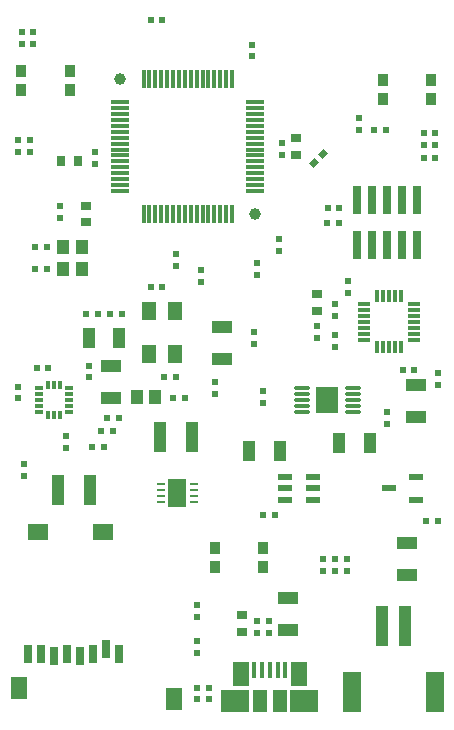
<source format=gtp>
G04 Layer_Color=8421504*
%FSLAX25Y25*%
%MOIN*%
G70*
G01*
G75*
%ADD10R,0.01968X0.02362*%
%ADD11R,0.03543X0.03150*%
%ADD12R,0.01181X0.03937*%
%ADD13R,0.03937X0.01181*%
%ADD14R,0.02362X0.01968*%
%ADD15R,0.02913X0.09449*%
%ADD16R,0.04331X0.06693*%
%ADD17R,0.05512X0.07480*%
%ADD18R,0.07087X0.05512*%
%ADD19R,0.03150X0.05905*%
%ADD20R,0.03937X0.13780*%
%ADD21R,0.05905X0.13386*%
%ADD22R,0.06693X0.04331*%
%ADD23R,0.01772X0.05433*%
%ADD24R,0.05807X0.08268*%
%ADD25R,0.09350X0.07480*%
%ADD26R,0.04626X0.07480*%
%ADD27O,0.05709X0.01181*%
%ADD28R,0.07638X0.08543*%
%ADD29R,0.06496X0.09370*%
%ADD30R,0.02756X0.00984*%
%ADD31R,0.04331X0.10236*%
%ADD32R,0.04528X0.02362*%
%ADD33R,0.05118X0.02165*%
%ADD34R,0.03937X0.07087*%
%ADD35R,0.04921X0.06299*%
%ADD36R,0.03150X0.03543*%
G04:AMPARAMS|DCode=37|XSize=19.68mil|YSize=23.62mil|CornerRadius=0mil|HoleSize=0mil|Usage=FLASHONLY|Rotation=135.000|XOffset=0mil|YOffset=0mil|HoleType=Round|Shape=Rectangle|*
%AMROTATEDRECTD37*
4,1,4,0.01531,0.00139,-0.00139,-0.01531,-0.01531,-0.00139,0.00139,0.01531,0.01531,0.00139,0.0*
%
%ADD37ROTATEDRECTD37*%

%ADD38R,0.03543X0.03937*%
%ADD39R,0.03937X0.05118*%
%ADD40R,0.03150X0.01181*%
%ADD41R,0.01181X0.03150*%
%ADD42C,0.03937*%
%ADD43R,0.05905X0.01181*%
%ADD44R,0.01181X0.05905*%
D10*
X121968Y148000D02*
D03*
Y144063D02*
D03*
X111469Y129063D02*
D03*
Y133000D02*
D03*
X117469Y136563D02*
D03*
Y140500D02*
D03*
Y130000D02*
D03*
Y126063D02*
D03*
X99000Y161969D02*
D03*
Y158031D02*
D03*
X91500Y150031D02*
D03*
Y153969D02*
D03*
X125500Y198531D02*
D03*
Y202468D02*
D03*
X71500Y27968D02*
D03*
Y24032D02*
D03*
Y39968D02*
D03*
Y36031D02*
D03*
X91500Y34787D02*
D03*
Y30850D02*
D03*
X95500Y34787D02*
D03*
Y30850D02*
D03*
X75500Y8669D02*
D03*
Y12606D02*
D03*
X71500Y8669D02*
D03*
Y12606D02*
D03*
X90437Y127094D02*
D03*
Y131031D02*
D03*
X77500Y114469D02*
D03*
Y110531D02*
D03*
X93500Y111469D02*
D03*
Y107531D02*
D03*
X135000Y104469D02*
D03*
Y100531D02*
D03*
X37500Y187031D02*
D03*
Y190969D02*
D03*
X100000Y190031D02*
D03*
Y193968D02*
D03*
X26000Y169031D02*
D03*
Y172968D02*
D03*
X64500Y153031D02*
D03*
Y156968D02*
D03*
X152000Y113531D02*
D03*
Y117469D02*
D03*
X73000Y147731D02*
D03*
Y151669D02*
D03*
X113500Y55468D02*
D03*
Y51531D02*
D03*
X117500Y55468D02*
D03*
Y51531D02*
D03*
X121500D02*
D03*
Y55468D02*
D03*
X90000Y223000D02*
D03*
Y226937D02*
D03*
X28000Y92531D02*
D03*
Y96468D02*
D03*
X35500Y119937D02*
D03*
Y116000D02*
D03*
X14000Y83031D02*
D03*
Y86968D02*
D03*
X12000Y109000D02*
D03*
Y112937D02*
D03*
Y191031D02*
D03*
Y194968D02*
D03*
X16000Y191031D02*
D03*
Y194968D02*
D03*
D11*
X111469Y143787D02*
D03*
Y138276D02*
D03*
X86500Y36756D02*
D03*
Y31244D02*
D03*
X104500Y190244D02*
D03*
Y195756D02*
D03*
X34500Y173256D02*
D03*
Y167744D02*
D03*
D12*
X133500Y126067D02*
D03*
X131532D02*
D03*
X135468Y142996D02*
D03*
X133500D02*
D03*
X131532D02*
D03*
X135468Y126067D02*
D03*
X137437D02*
D03*
X139406D02*
D03*
X137437Y142996D02*
D03*
X139406D02*
D03*
D13*
X127201Y140437D02*
D03*
X143933Y138469D02*
D03*
X127201Y136500D02*
D03*
Y128626D02*
D03*
Y130595D02*
D03*
Y132563D02*
D03*
Y134531D02*
D03*
Y138469D02*
D03*
X143933Y134531D02*
D03*
Y128626D02*
D03*
Y130595D02*
D03*
Y132563D02*
D03*
Y136500D02*
D03*
Y140437D02*
D03*
D14*
X42500Y137000D02*
D03*
X46437D02*
D03*
X38500D02*
D03*
X34563D02*
D03*
X59969Y146000D02*
D03*
X56032D02*
D03*
X60532Y116000D02*
D03*
X64468D02*
D03*
X118937Y167500D02*
D03*
X115000D02*
D03*
X130532Y198500D02*
D03*
X134468D02*
D03*
X118968Y172500D02*
D03*
X115032D02*
D03*
X140032Y118500D02*
D03*
X143968D02*
D03*
X151937Y68000D02*
D03*
X148000D02*
D03*
X93532Y70000D02*
D03*
X97469D02*
D03*
X56032Y235000D02*
D03*
X59969D02*
D03*
X147031Y189000D02*
D03*
X150969D02*
D03*
Y197500D02*
D03*
X147031D02*
D03*
Y193500D02*
D03*
X150969D02*
D03*
X63532Y109000D02*
D03*
X67469D02*
D03*
X18032Y119000D02*
D03*
X21969D02*
D03*
X36500Y92833D02*
D03*
X40437D02*
D03*
X43468Y98000D02*
D03*
X39531D02*
D03*
X41532Y102500D02*
D03*
X45469D02*
D03*
X16969Y231000D02*
D03*
X13032D02*
D03*
X17531Y159500D02*
D03*
X21468D02*
D03*
X17531Y152000D02*
D03*
X21468D02*
D03*
X13032Y227000D02*
D03*
X16969D02*
D03*
D15*
X145000Y175000D02*
D03*
Y160000D02*
D03*
X140000Y175000D02*
D03*
Y160000D02*
D03*
X135000Y175000D02*
D03*
Y160000D02*
D03*
X130000Y175000D02*
D03*
Y160000D02*
D03*
X125000Y175000D02*
D03*
Y160000D02*
D03*
D16*
X99315Y91500D02*
D03*
X88685D02*
D03*
X129315Y94000D02*
D03*
X118685D02*
D03*
D17*
X63984Y8638D02*
D03*
X12213Y12575D02*
D03*
D18*
X18512Y64346D02*
D03*
X40165D02*
D03*
D19*
X45638Y23795D02*
D03*
X41307Y25370D02*
D03*
X36977Y23795D02*
D03*
X32646Y23008D02*
D03*
X28315Y23795D02*
D03*
X23984Y23008D02*
D03*
X19654Y23795D02*
D03*
X15323D02*
D03*
D20*
X133063Y33000D02*
D03*
X140937D02*
D03*
D21*
X123221Y11150D02*
D03*
X150779D02*
D03*
D22*
X102000Y42465D02*
D03*
Y31835D02*
D03*
X141500Y60815D02*
D03*
Y50185D02*
D03*
X79937Y132693D02*
D03*
Y122063D02*
D03*
X144500Y102685D02*
D03*
Y113315D02*
D03*
X43000Y109185D02*
D03*
Y119815D02*
D03*
D23*
X90679Y18473D02*
D03*
X93238D02*
D03*
X95797D02*
D03*
X98356D02*
D03*
X100915D02*
D03*
D24*
X86102Y17055D02*
D03*
X105492D02*
D03*
D25*
X84331Y8000D02*
D03*
X107264D02*
D03*
D26*
X92500D02*
D03*
X99094D02*
D03*
D27*
X106437Y112437D02*
D03*
Y110468D02*
D03*
Y108500D02*
D03*
Y106531D02*
D03*
Y104563D02*
D03*
X123563Y112437D02*
D03*
Y110468D02*
D03*
Y108500D02*
D03*
Y106531D02*
D03*
Y104563D02*
D03*
D28*
X115000Y108500D02*
D03*
D29*
X65000Y77500D02*
D03*
D30*
X70512Y74547D02*
D03*
Y76516D02*
D03*
Y78484D02*
D03*
Y80453D02*
D03*
X59488Y74547D02*
D03*
Y76516D02*
D03*
Y78484D02*
D03*
Y80453D02*
D03*
D31*
X25185Y78500D02*
D03*
X35815D02*
D03*
X59185Y96000D02*
D03*
X69815D02*
D03*
D32*
X144429Y75260D02*
D03*
Y82740D02*
D03*
X135571Y79000D02*
D03*
D33*
X110224Y82740D02*
D03*
Y79000D02*
D03*
Y75260D02*
D03*
X100776D02*
D03*
Y79000D02*
D03*
Y82740D02*
D03*
D34*
X45421Y129000D02*
D03*
X35579D02*
D03*
D35*
X55669Y123716D02*
D03*
Y138283D02*
D03*
X64331D02*
D03*
Y123716D02*
D03*
D36*
X31756Y188000D02*
D03*
X26244D02*
D03*
D37*
X110608Y187608D02*
D03*
X113392Y190392D02*
D03*
D38*
X93571Y52851D02*
D03*
X77429D02*
D03*
Y59150D02*
D03*
X93571D02*
D03*
X12929Y218150D02*
D03*
X29071D02*
D03*
Y211851D02*
D03*
X12929D02*
D03*
X149571Y208851D02*
D03*
X133429D02*
D03*
Y215150D02*
D03*
X149571D02*
D03*
D39*
X51350Y109500D02*
D03*
X57650D02*
D03*
X26851Y159500D02*
D03*
X33150D02*
D03*
X26851Y152000D02*
D03*
X33150D02*
D03*
D40*
X19000Y112469D02*
D03*
Y110500D02*
D03*
Y108531D02*
D03*
Y106563D02*
D03*
Y104595D02*
D03*
X28842D02*
D03*
Y106563D02*
D03*
Y108531D02*
D03*
Y110500D02*
D03*
Y112469D02*
D03*
D41*
X21953Y103610D02*
D03*
X23921D02*
D03*
X25890D02*
D03*
Y113453D02*
D03*
X23921D02*
D03*
X21953D02*
D03*
D42*
X90894Y170500D02*
D03*
X46012Y215382D02*
D03*
D43*
X90894Y207705D02*
D03*
Y205736D02*
D03*
Y203768D02*
D03*
Y201799D02*
D03*
Y199831D02*
D03*
Y197862D02*
D03*
Y195894D02*
D03*
Y193925D02*
D03*
Y191957D02*
D03*
Y189988D02*
D03*
Y188020D02*
D03*
Y186051D02*
D03*
Y184083D02*
D03*
Y182114D02*
D03*
Y180146D02*
D03*
Y178177D02*
D03*
X46012D02*
D03*
Y180146D02*
D03*
Y182114D02*
D03*
Y184083D02*
D03*
Y186051D02*
D03*
Y188020D02*
D03*
Y189988D02*
D03*
Y191957D02*
D03*
Y193925D02*
D03*
Y195894D02*
D03*
Y197862D02*
D03*
Y199831D02*
D03*
Y201799D02*
D03*
Y203768D02*
D03*
Y205736D02*
D03*
Y207705D02*
D03*
D44*
X83217Y170500D02*
D03*
X81248D02*
D03*
X79280D02*
D03*
X77311D02*
D03*
X75343D02*
D03*
X73374D02*
D03*
X71406D02*
D03*
X69437D02*
D03*
X67469D02*
D03*
X65500D02*
D03*
X63532D02*
D03*
X61563D02*
D03*
X59595D02*
D03*
X57626D02*
D03*
X55658D02*
D03*
X53689D02*
D03*
Y215382D02*
D03*
X55658D02*
D03*
X57626D02*
D03*
X59595D02*
D03*
X61563D02*
D03*
X63532D02*
D03*
X65500D02*
D03*
X67469D02*
D03*
X69437D02*
D03*
X71406D02*
D03*
X73374D02*
D03*
X75343D02*
D03*
X77311D02*
D03*
X79280D02*
D03*
X81248D02*
D03*
X83217D02*
D03*
M02*

</source>
